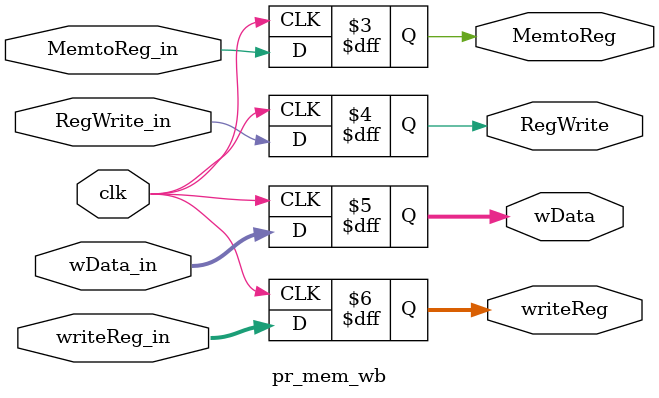
<source format=v>

`timescale 1ns / 1ps

module pr_mem_wb(
  input clk,
  input MemtoReg_in, // WB
  input RegWrite_in, // WB
  output reg MemtoReg,
  output reg RegWrite,

  input [31:0] wData_in,
  input [4:0] writeReg_in,
  output reg [31:0] wData,
  output reg [4:0] writeReg
);

  initial begin
    MemtoReg = 0;
    RegWrite = 0;
  end

  always @(posedge clk) begin
    MemtoReg = MemtoReg_in;
    RegWrite = RegWrite_in;

    wData = wData_in;
    writeReg = writeReg_in;
  end

endmodule

</source>
